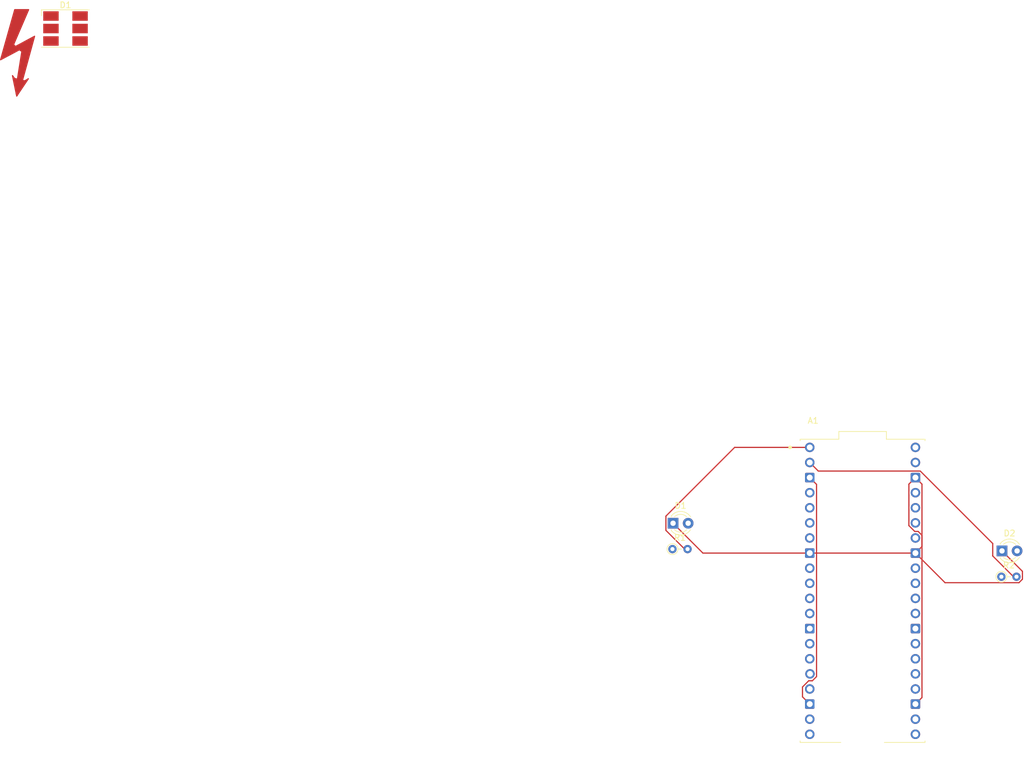
<source format=kicad_pcb>
(kicad_pcb (version 20240108) (generator "pcbnew") (generator_version "8.0")
  (layers (0 "F.Cu" signal) (31 "B.Cu" signal) (34 "B.Paste" user) (35 "F.Paste" user) (36 "B.SilkS" user "B.Silkscreen") (37 "F.SilkS" user "F.Silkscreen") (38 "B.Mask" user) (39 "F.Mask" user) (44 "Edge.Cuts" user))
  (net 0 "")
  (net 7 "+3V3")
  (net 8 "+5V")
  (net 10 "Net-(A1-GP26)")
  (net 12 "Net-(A1-GP3)")
  (net 24 "Net-(A1-GP2)")
  (net 26 "Net-(A1-GP1)")
  (net 27 "VBUS")
  (net 31 "Net-(D1-A)")
  (net 32 "GND")
  (net 34 "Net-(A1-GP0)")
  (net 35 "Net-(D2-A)")
  (net 36 "Net-(A1-GP4)")
  (net 37 "Net-(D1-BK)")
  (net 38 "Net-(D1-GK)")
  (net 39 "Net-(D1-RK)")
  (footprint "Resistor_THT:R_Axial_DIN0204_L3.6mm_D1.6mm_P2.54mm_Vertical" (layer "F.Cu") (at 168.46 95.5)
    (property "Reference" "R2" (at 1.27 -1.92 0) (layer "F.SilkS"))
    (property "Value" "R")
    (fp_line (start 0.92 0) (end 1.54 0) (stroke (width 0.12)) (layer "F.SilkS"))
    (fp_circle (center 0 0) (end 0.92 0) (stroke (width 0.12)) (fill none) (layer "F.SilkS"))
    (pad "1" thru_hole circle (at 0 0) (size 1.4 1.4) (drill 0.7) (layers "*.Cu" "*.Mask") (net 35 "Net-(D2-A)"))
    (pad "2" thru_hole oval (at 2.54 0) (size 1.4 1.4) (drill 0.7) (layers "*.Cu" "*.Mask") (net 24 "Net-(A1-GP2)"))
  )
  (footprint "Pico_w:MODULE_SC0918" (layer "F.Cu") (at 145.11 97.87)
    (property "Reference" "A1" (at -8.325 -28.635 0) (layer "F.SilkS"))
    (property "Value" "SC0918")
    (fp_line (start -10.5 -25.5) (end -4 -25.5) (stroke (width 0.127)) (layer "F.SilkS"))
    (fp_line (start -10.5 -25.25) (end -10.5 -25.5) (stroke (width 0.127)) (layer "F.SilkS"))
    (fp_line (start -10.5 25.5) (end -10.5 25.25) (stroke (width 0.127)) (layer "F.SilkS"))
    (fp_line (start -4 -26.8) (end 4 -26.8) (stroke (width 0.127)) (layer "F.SilkS"))
    (fp_line (start -4 -25.5) (end -4 -26.8) (stroke (width 0.127)) (layer "F.SilkS"))
    (fp_line (start -3.66 25.5) (end -10.5 25.5) (stroke (width 0.127)) (layer "F.SilkS"))
    (fp_line (start 4 -26.8) (end 4 -25.5) (stroke (width 0.127)) (layer "F.SilkS"))
    (fp_line (start 4 -25.5) (end 10.5 -25.5) (stroke (width 0.127)) (layer "F.SilkS"))
    (fp_line (start 10.5 -25.5) (end 10.5 -25.25) (stroke (width 0.127)) (layer "F.SilkS"))
    (fp_line (start 10.5 25.5) (end 3.66 25.5) (stroke (width 0.127)) (layer "F.SilkS"))
    (fp_line (start 10.5 25.5) (end 10.5 25.25) (stroke (width 0.127)) (layer "F.SilkS"))
    (fp_circle (center -12.19 -24.13) (end -11.99 -24.13) (stroke (width 0.2)) (fill solid) (layer "F.SilkS"))
    (pad "1" thru_hole circle (at -8.89 -24.13) (size 1.6 1.6) (drill 1) (layers "*.Cu" "*.Mask"))
    (pad "2" thru_hole circle (at -8.89 -21.59) (size 1.6 1.6) (drill 1) (layers "*.Cu" "*.Mask") (net 26 "Net-(A1-GP1)"))
    (pad "3" thru_hole roundrect (at -8.89 -19.05) (size 1.6 1.6) (drill 1) (layers "*.Cu" "*.Mask") (roundrect_rratio 0.125) (net 32 "GND"))
    (pad "4" thru_hole circle (at -8.89 -16.51) (size 1.6 1.6) (drill 1) (layers "*.Cu" "*.Mask") (net 24 "Net-(A1-GP2)"))
    (pad "5" thru_hole circle (at -8.89 -13.97) (size 1.6 1.6) (drill 1) (layers "*.Cu" "*.Mask") (net 12 "Net-(A1-GP3)"))
    (pad "6" thru_hole circle (at -8.89 -11.43) (size 1.6 1.6) (drill 1) (layers "*.Cu" "*.Mask") (net 36 "Net-(A1-GP4)"))
    (pad "7" thru_hole circle (at -8.89 -8.89) (size 1.6 1.6) (drill 1) (layers "*.Cu" "*.Mask"))
    (pad "8" thru_hole roundrect (at -8.89 -6.35) (size 1.6 1.6) (drill 1) (layers "*.Cu" "*.Mask") (roundrect_rratio 0.125) (net 32 "GND"))
    (pad "9" thru_hole circle (at -8.89 -3.81) (size 1.6 1.6) (drill 1) (layers "*.Cu" "*.Mask"))
    (pad "10" thru_hole circle (at -8.89 -1.27) (size 1.6 1.6) (drill 1) (layers "*.Cu" "*.Mask"))
    (pad "11" thru_hole circle (at -8.89 1.27) (size 1.6 1.6) (drill 1) (layers "*.Cu" "*.Mask"))
    (pad "12" thru_hole circle (at -8.89 3.81) (size 1.6 1.6) (drill 1) (layers "*.Cu" "*.Mask"))
    (pad "13" thru_hole roundrect (at -8.89 6.35) (size 1.6 1.6) (drill 1) (layers "*.Cu" "*.Mask") (roundrect_rratio 0.125) (net 32 "GND"))
    (pad "14" thru_hole circle (at -8.89 8.89) (size 1.6 1.6) (drill 1) (layers "*.Cu" "*.Mask"))
    (pad "15" thru_hole circle (at -8.89 11.43) (size 1.6 1.6) (drill 1) (layers "*.Cu" "*.Mask"))
    (pad "16" thru_hole circle (at -8.848119 13.97) (size 1.6 1.6) (drill 1) (layers "*.Cu" "*.Mask"))
    (pad "17" thru_hole circle (at -8.89 16.51) (size 1.6 1.6) (drill 1) (layers "*.Cu" "*.Mask"))
    (pad "18" thru_hole roundrect (at -8.89 19.05) (size 1.6 1.6) (drill 1) (layers "*.Cu" "*.Mask") (roundrect_rratio 0.125) (net 32 "GND"))
    (pad "19" thru_hole circle (at -8.89 21.59) (size 1.6 1.6) (drill 1) (layers "*.Cu" "*.Mask"))
    (pad "20" thru_hole circle (at -8.89 24.13) (size 1.6 1.6) (drill 1) (layers "*.Cu" "*.Mask"))
    (pad "21" thru_hole circle (at 8.89 24.13) (size 1.6 1.6) (drill 1) (layers "*.Cu" "*.Mask"))
    (pad "22" thru_hole circle (at 8.89 21.59) (size 1.6 1.6) (drill 1) (layers "*.Cu" "*.Mask"))
    (pad "23" thru_hole roundrect (at 8.89 19.05) (size 1.6 1.6) (drill 1) (layers "*.Cu" "*.Mask") (roundrect_rratio 0.125) (net 32 "GND"))
    (pad "24" thru_hole circle (at 8.89 16.51) (size 1.6 1.6) (drill 1) (layers "*.Cu" "*.Mask"))
    (pad "25" thru_hole circle (at 8.89 13.97) (size 1.6 1.6) (drill 1) (layers "*.Cu" "*.Mask"))
    (pad "26" thru_hole circle (at 8.89 11.43) (size 1.6 1.6) (drill 1) (layers "*.Cu" "*.Mask"))
    (pad "27" thru_hole circle (at 8.89 8.89) (size 1.6 1.6) (drill 1) (layers "*.Cu" "*.Mask"))
    (pad "28" thru_hole roundrect (at 8.89 6.35) (size 1.6 1.6) (drill 1) (layers "*.Cu" "*.Mask") (roundrect_rratio 0.125) (net 32 "GND"))
    (pad "29" thru_hole circle (at 8.89 3.81) (size 1.6 1.6) (drill 1) (layers "*.Cu" "*.Mask"))
    (pad "30" thru_hole circle (at 8.89 1.27) (size 1.6 1.6) (drill 1) (layers "*.Cu" "*.Mask"))
    (pad "31" thru_hole circle (at 8.89 -1.27) (size 1.6 1.6) (drill 1) (layers "*.Cu" "*.Mask") (net 10 "Net-(A1-GP26)"))
    (pad "32" thru_hole circle (at 8.89 -3.81) (size 1.6 1.6) (drill 1) (layers "*.Cu" "*.Mask"))
    (pad "33" thru_hole roundrect (at 8.89 -6.35) (size 1.6 1.6) (drill 1) (layers "*.Cu" "*.Mask") (roundrect_rratio 0.125) (net 32 "GND"))
    (pad "34" thru_hole circle (at 8.89 -8.89) (size 1.6 1.6) (drill 1) (layers "*.Cu" "*.Mask"))
    (pad "35" thru_hole circle (at 8.89 -11.43) (size 1.6 1.6) (drill 1) (layers "*.Cu" "*.Mask"))
    (pad "36" thru_hole circle (at 8.89 -13.97) (size 1.6 1.6) (drill 1) (layers "*.Cu" "*.Mask") (net 7 "+3V3"))
    (pad "37" thru_hole circle (at 8.89 -16.51) (size 1.6 1.6) (drill 1) (layers "*.Cu" "*.Mask"))
    (pad "38" thru_hole roundrect (at 8.89 -19.05) (size 1.6 1.6) (drill 1) (layers "*.Cu" "*.Mask") (roundrect_rratio 0.125) (net 32 "GND"))
    (pad "39" thru_hole circle (at 8.89 -21.59) (size 1.6 1.6) (drill 1) (layers "*.Cu" "*.Mask") (net 8 "+5V"))
    (pad "40" thru_hole circle (at 8.89 -24.13) (size 1.6 1.6) (drill 1) (layers "*.Cu" "*.Mask") (net 27 "VBUS"))
  )
  (footprint "LED_THT:LED_D3.0mm" (layer "F.Cu") (at 168.56 91.15)
    (property "Reference" "D2" (at 1.27 -2.96 0) (layer "F.SilkS"))
    (property "Value" "LED")
    (fp_line (start -0.29 -1.236) (end -0.29 -1.08) (stroke (width 0.12)) (layer "F.SilkS"))
    (fp_line (start -0.29 1.08) (end -0.29 1.236) (stroke (width 0.12)) (layer "F.SilkS"))
    (fp_arc (start -0.29 -1.235516) (mid 1.366487 -1.987659) (end 2.942335 -1.078608) (stroke (width 0.12)) (layer "F.SilkS"))
    (fp_arc (start 0.229039 -1.08) (mid 1.270117 -1.5) (end 2.31113 -1.079837) (stroke (width 0.12)) (layer "F.SilkS"))
    (fp_arc (start 2.31113 1.079837) (mid 1.270117 1.5) (end 0.229039 1.08) (stroke (width 0.12)) (layer "F.SilkS"))
    (fp_arc (start 2.942335 1.078608) (mid 1.366487 1.987659) (end -0.29 1.235516) (stroke (width 0.12)) (layer "F.SilkS"))
    (pad "1" thru_hole rect (at 0 0) (size 1.8 1.8) (drill 0.9) (layers "*.Cu" "*.Mask") (net 32 "GND"))
    (pad "2" thru_hole circle (at 2.54 0) (size 1.8 1.8) (drill 0.9) (layers "*.Cu" "*.Mask") (net 35 "Net-(D2-A)"))
  )
  (footprint "LED_THT:LED_D3.0mm" (layer "F.Cu") (at 113.225 86.5)
    (property "Reference" "D1" (at 1.27 -2.96 0) (layer "F.SilkS"))
    (property "Value" "LED")
    (fp_line (start -0.29 -1.236) (end -0.29 -1.08) (stroke (width 0.12)) (layer "F.SilkS"))
    (fp_line (start -0.29 1.08) (end -0.29 1.236) (stroke (width 0.12)) (layer "F.SilkS"))
    (fp_arc (start -0.29 -1.235516) (mid 1.366487 -1.987659) (end 2.942335 -1.078608) (stroke (width 0.12)) (layer "F.SilkS"))
    (fp_arc (start 0.229039 -1.08) (mid 1.270117 -1.5) (end 2.31113 -1.079837) (stroke (width 0.12)) (layer "F.SilkS"))
    (fp_arc (start 2.31113 1.079837) (mid 1.270117 1.5) (end 0.229039 1.08) (stroke (width 0.12)) (layer "F.SilkS"))
    (fp_arc (start 2.942335 1.078608) (mid 1.366487 1.987659) (end -0.29 1.235516) (stroke (width 0.12)) (layer "F.SilkS"))
    (pad "1" thru_hole rect (at 0 0) (size 1.8 1.8) (drill 0.9) (layers "*.Cu" "*.Mask") (net 32 "GND"))
    (pad "2" thru_hole circle (at 2.54 0) (size 1.8 1.8) (drill 0.9) (layers "*.Cu" "*.Mask") (net 31 "Net-(D1-A)"))
  )
  (footprint "LED_SMD:LED_RGB_Cree-PLCC-6_6x5mm_P2.1mm" (layer "F.Cu") (at 11.02 3.275)
    (property "Reference" "D1" (at 0 -3.95 0) (layer "F.SilkS"))
    (property "Value" "LED_ARGB")
    (fp_line (start -4.05 -3.15) (end 4 -3.15) (stroke (width 0.12)) (layer "F.SilkS"))
    (fp_line (start -4.05 -2.15) (end -4.05 -3.15) (stroke (width 0.12)) (layer "F.SilkS"))
    (fp_line (start -4.05 3.15) (end 4 3.15) (stroke (width 0.12)) (layer "F.SilkS"))
    (pad "1" smd rect (at -2.45 -2.1) (size 2.6 1.6) (layers "F.Cu" "F.Paste" "F.Mask") (net 26 "Net-(A1-GP1)"))
    (pad "2" smd rect (at -2.45 0) (size 2.6 1.6) (layers "F.Cu" "F.Paste" "F.Mask") (net 39 "Net-(D1-RK)"))
    (pad "3" smd rect (at -2.45 2.1) (size 2.6 1.6) (layers "F.Cu" "F.Paste" "F.Mask") (net 38 "Net-(D1-GK)"))
    (pad "4" smd rect (at 2.45 2.1) (size 2.6 1.6) (layers "F.Cu" "F.Paste" "F.Mask") (net 37 "Net-(D1-BK)"))
    (pad "5" smd rect (at 2.45 0) (size 2.6 1.6) (layers "F.Cu" "F.Paste" "F.Mask"))
    (pad "6" smd rect (at 2.45 -2.1) (size 2.6 1.6) (layers "F.Cu" "F.Paste" "F.Mask"))
  )
  (footprint "Symbol:Symbol_HighVoltage_NoTriangle_6x15mm_Copper" (layer "F.Cu") (at 3.148001 7.124625)
    (property "Reference" "RN1" (hide yes))
    (property "Value" "VoltageDivider" (hide yes))
    (fp_poly (pts (xy -0.77 4.54) (xy 1.07 4.98) (xy -0.333376 7.501)) (stroke (width 0.2)) (fill solid) (layer "F.Cu"))
    (fp_poly (pts (xy 0.619125 -0.547625) (xy 0.13 -0.28) (xy 0.55 0.02)) (stroke (width 0.2)) (fill solid) (layer "F.Cu"))
    (fp_poly (pts (xy -0.88 -1.14) (xy -1.143 -0.5) (xy -0.52 -0.81) (xy -0.89 -1.14)) (stroke (width 0.2)) (fill solid) (layer "F.Cu"))
    (fp_poly (pts (xy -1.143 -0.5) (xy 2.666999 -2.547875) (xy 0.523874 5.262625) (xy 1.61925 4.595875) (xy -0.333376 7.501) (xy -1.04775 4.072001) (xy -0.285751 5.11975) (xy 0.619125 -0.547625) (xy -3.048001 1.405001) (xy -0.666751 -7.024625) (xy 1.666874 -7.024625)) (stroke (width 0.2)) (fill solid) (layer "F.Cu"))
  )
  (footprint "Resistor_THT:R_Axial_DIN0204_L3.6mm_D1.6mm_P2.54mm_Vertical" (layer "F.Cu") (at 113.125 90.85)
    (property "Reference" "R1" (at 1.27 -1.92 0) (layer "F.SilkS"))
    (property "Value" "R")
    (fp_line (start 0.92 0) (end 1.54 0) (stroke (width 0.12)) (layer "F.SilkS"))
    (fp_circle (center 0 0) (end 0.92 0) (stroke (width 0.12)) (fill none) (layer "F.SilkS"))
    (pad "1" thru_hole circle (at 0 0) (size 1.4 1.4) (drill 0.7) (layers "*.Cu" "*.Mask") (net 31 "Net-(D1-A)"))
    (pad "2" thru_hole oval (at 2.54 0) (size 1.4 1.4) (drill 0.7) (layers "*.Cu" "*.Mask") (net 34 "Net-(A1-GP0)"))
  )
  (segment (start 136.22 76.28) (end 137.66 77.72) (width 0.2) (layer "F.Cu") (net 26))
  (segment (start 154.812648 77.72) (end 167 89.907352) (width 0.2) (layer "F.Cu") (net 26))
  (segment (start 167 92) (end 170.5 95.5) (width 0.2) (layer "F.Cu") (net 26))
  (segment (start 137.66 77.72) (end 154.812648 77.72) (width 0.2) (layer "F.Cu") (net 26))
  (segment (start 170.5 95.5) (end 171 95.5) (width 0.2) (layer "F.Cu") (net 26))
  (segment (start 167 89.907352) (end 167 92) (width 0.2) (layer "F.Cu") (net 26))
  (segment (start 137.361881 79.961881) (end 137.361881 112.295635) (width 0.2) (layer "F.Cu") (net 32))
  (segment (start 158.98 96.5) (end 171.414214 96.5) (width 0.2) (layer "F.Cu") (net 32))
  (segment (start 136.22 78.82) (end 137.361881 79.961881) (width 0.2) (layer "F.Cu") (net 32))
  (segment (start 155.1 79.92) (end 155.1 115.82) (width 0.2) (layer "F.Cu") (net 32))
  (segment (start 135 114.044365) (end 135 115.7) (width 0.2) (layer "F.Cu") (net 32))
  (segment (start 154.455635 87.88) (end 155.1 88.524365) (width 0.2) (layer "F.Cu") (net 32))
  (segment (start 154 78.82) (end 155.1 79.92) (width 0.2) (layer "F.Cu") (net 32))
  (segment (start 154 78.82) (end 152.9 79.92) (width 0.2) (layer "F.Cu") (net 32))
  (segment (start 171.414214 96.5) (end 172 95.914214) (width 0.2) (layer "F.Cu") (net 32))
  (segment (start 153.884365 87.88) (end 154.455635 87.88) (width 0.2) (layer "F.Cu") (net 32))
  (segment (start 113.225 86.5) (end 118.245 91.52) (width 0.2) (layer "F.Cu") (net 32))
  (segment (start 155.1 115.82) (end 154 116.92) (width 0.2) (layer "F.Cu") (net 32))
  (segment (start 118.245 91.52) (end 136.22 91.52) (width 0.2) (layer "F.Cu") (net 32))
  (segment (start 135 115.7) (end 136.22 116.92) (width 0.2) (layer "F.Cu") (net 32))
  (segment (start 136.22 91.52) (end 154 91.52) (width 0.2) (layer "F.Cu") (net 32))
  (segment (start 172 94.59) (end 168.56 91.15) (width 0.2) (layer "F.Cu") (net 32))
  (segment (start 152.9 79.92) (end 152.9 86.895635) (width 0.2) (layer "F.Cu") (net 32))
  (segment (start 155.1 88.524365) (end 155.1 90.42) (width 0.2) (layer "F.Cu") (net 32))
  (segment (start 155.1 90.42) (end 154 91.52) (width 0.2) (layer "F.Cu") (net 32))
  (segment (start 172 95.914214) (end 172 94.59) (width 0.2) (layer "F.Cu") (net 32))
  (segment (start 136.657516 113) (end 136.044365 113) (width 0.2) (layer "F.Cu") (net 32))
  (segment (start 154 91.52) (end 158.98 96.5) (width 0.2) (layer "F.Cu") (net 32))
  (segment (start 136.044365 113) (end 135 114.044365) (width 0.2) (layer "F.Cu") (net 32))
  (segment (start 137.361881 112.295635) (end 136.657516 113) (width 0.2) (layer "F.Cu") (net 32))
  (segment (start 152.9 86.895635) (end 153.884365 87.88) (width 0.2) (layer "F.Cu") (net 32))
  (segment (start 112.025 87.7) (end 112.025 85.3) (width 0.2) (layer "F.Cu") (net 34))
  (segment (start 112.025 85.3) (end 123.585 73.74) (width 0.2) (layer "F.Cu") (net 34))
  (segment (start 115.665 90.85) (end 115.175 90.85) (width 0.2) (layer "F.Cu") (net 34))
  (segment (start 123.585 73.74) (end 136.22 73.74) (width 0.2) (layer "F.Cu") (net 34))
  (segment (start 115.175 90.85) (end 112.025 87.7) (width 0.2) (layer "F.Cu") (net 34))
)
</source>
